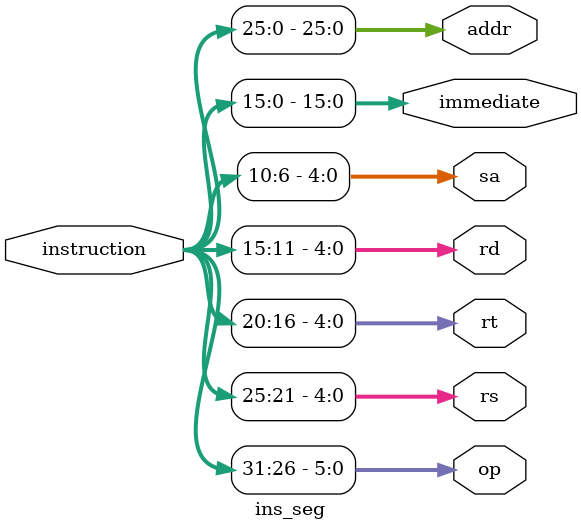
<source format=v>
`timescale 1ns / 1ps

module ins_seg(
        input [31:0] instruction,
        output reg[5:0] op,
        output reg[4:0] rs,
        output reg[4:0] rt,
        output reg[4:0] rd,
        output reg[4:0] sa,
        output reg[15:0] immediate,
        output reg[25:0] addr
    );
    
    initial begin
        op = 5'b00000;
        rs = 5'b00000;
        rt = 5'b00000;
        rd = 5'b00000;
    end
    
    always@(instruction) begin
        // R type instruction
        op = instruction[31:26];
        rs = instruction[25:21];
        rt = instruction[20:16];
        rd = instruction[15:11];
        sa = instruction[10:6];
        // I type instruction
        immediate = instruction[15:0];
        // J type instruction
        addr = instruction[25:0];
    end
endmodule

</source>
